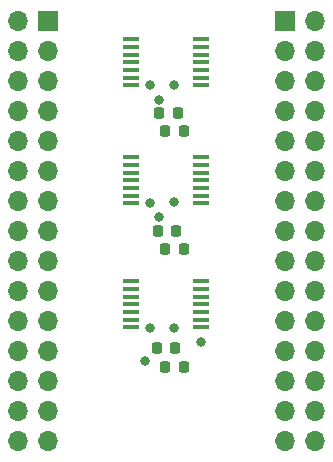
<source format=gbr>
%TF.GenerationSoftware,KiCad,Pcbnew,(6.0.1)*%
%TF.CreationDate,2022-07-20T18:19:18-07:00*%
%TF.ProjectId,LevelShifter,4c657665-6c53-4686-9966-7465722e6b69,rev?*%
%TF.SameCoordinates,Original*%
%TF.FileFunction,Soldermask,Bot*%
%TF.FilePolarity,Negative*%
%FSLAX46Y46*%
G04 Gerber Fmt 4.6, Leading zero omitted, Abs format (unit mm)*
G04 Created by KiCad (PCBNEW (6.0.1)) date 2022-07-20 18:19:18*
%MOMM*%
%LPD*%
G01*
G04 APERTURE LIST*
G04 Aperture macros list*
%AMRoundRect*
0 Rectangle with rounded corners*
0 $1 Rounding radius*
0 $2 $3 $4 $5 $6 $7 $8 $9 X,Y pos of 4 corners*
0 Add a 4 corners polygon primitive as box body*
4,1,4,$2,$3,$4,$5,$6,$7,$8,$9,$2,$3,0*
0 Add four circle primitives for the rounded corners*
1,1,$1+$1,$2,$3*
1,1,$1+$1,$4,$5*
1,1,$1+$1,$6,$7*
1,1,$1+$1,$8,$9*
0 Add four rect primitives between the rounded corners*
20,1,$1+$1,$2,$3,$4,$5,0*
20,1,$1+$1,$4,$5,$6,$7,0*
20,1,$1+$1,$6,$7,$8,$9,0*
20,1,$1+$1,$8,$9,$2,$3,0*%
G04 Aperture macros list end*
%ADD10R,1.700000X1.700000*%
%ADD11O,1.700000X1.700000*%
%ADD12RoundRect,0.225000X-0.225000X-0.250000X0.225000X-0.250000X0.225000X0.250000X-0.225000X0.250000X0*%
%ADD13R,1.404099X0.354800*%
%ADD14RoundRect,0.225000X0.225000X0.250000X-0.225000X0.250000X-0.225000X-0.250000X0.225000X-0.250000X0*%
%ADD15C,0.800000*%
G04 APERTURE END LIST*
D10*
%TO.C,J1*%
X149895000Y-80000000D03*
D11*
X147355000Y-80000000D03*
X149895000Y-82540000D03*
X147355000Y-82540000D03*
X149895000Y-85080000D03*
X147355000Y-85080000D03*
X149895000Y-87620000D03*
X147355000Y-87620000D03*
X149895000Y-90160000D03*
X147355000Y-90160000D03*
X149895000Y-92700000D03*
X147355000Y-92700000D03*
X149895000Y-95240000D03*
X147355000Y-95240000D03*
X149895000Y-97780000D03*
X147355000Y-97780000D03*
X149895000Y-100320000D03*
X147355000Y-100320000D03*
X149895000Y-102860000D03*
X147355000Y-102860000D03*
X149895000Y-105400000D03*
X147355000Y-105400000D03*
X149895000Y-107940000D03*
X147355000Y-107940000D03*
X149895000Y-110480000D03*
X147355000Y-110480000D03*
X149895000Y-113020000D03*
X147355000Y-113020000D03*
X149895000Y-115560000D03*
X147355000Y-115560000D03*
%TD*%
D10*
%TO.C,J2*%
X169995000Y-80000000D03*
D11*
X172535000Y-80000000D03*
X169995000Y-82540000D03*
X172535000Y-82540000D03*
X169995000Y-85080000D03*
X172535000Y-85080000D03*
X169995000Y-87620000D03*
X172535000Y-87620000D03*
X169995000Y-90160000D03*
X172535000Y-90160000D03*
X169995000Y-92700000D03*
X172535000Y-92700000D03*
X169995000Y-95240000D03*
X172535000Y-95240000D03*
X169995000Y-97780000D03*
X172535000Y-97780000D03*
X169995000Y-100320000D03*
X172535000Y-100320000D03*
X169995000Y-102860000D03*
X172535000Y-102860000D03*
X169995000Y-105400000D03*
X172535000Y-105400000D03*
X169995000Y-107940000D03*
X172535000Y-107940000D03*
X169995000Y-110480000D03*
X172535000Y-110480000D03*
X169995000Y-113020000D03*
X172535000Y-113020000D03*
X169995000Y-115560000D03*
X172535000Y-115560000D03*
%TD*%
D12*
%TO.C,C6*%
X159320000Y-87800000D03*
X160870000Y-87800000D03*
%TD*%
D13*
%TO.C,U2*%
X156945052Y-85449958D03*
X156945052Y-84799972D03*
X156945052Y-84149986D03*
X156945052Y-83500000D03*
X156945052Y-82850014D03*
X156945052Y-82200028D03*
X156945052Y-81550042D03*
X162844948Y-81550042D03*
X162844948Y-82200028D03*
X162844948Y-82850014D03*
X162844948Y-83500000D03*
X162844948Y-84149986D03*
X162844948Y-84799972D03*
X162844948Y-85449958D03*
%TD*%
D12*
%TO.C,C2*%
X159120000Y-107700000D03*
X160670000Y-107700000D03*
%TD*%
%TO.C,C4*%
X159220000Y-97800000D03*
X160770000Y-97800000D03*
%TD*%
D13*
%TO.C,U1*%
X156945052Y-105949958D03*
X156945052Y-105299972D03*
X156945052Y-104649986D03*
X156945052Y-104000000D03*
X156945052Y-103350014D03*
X156945052Y-102700028D03*
X156945052Y-102050042D03*
X162844948Y-102050042D03*
X162844948Y-102700028D03*
X162844948Y-103350014D03*
X162844948Y-104000000D03*
X162844948Y-104649986D03*
X162844948Y-105299972D03*
X162844948Y-105949958D03*
%TD*%
D14*
%TO.C,C5*%
X161370000Y-89300000D03*
X159820000Y-89300000D03*
%TD*%
%TO.C,C3*%
X161370000Y-99300000D03*
X159820000Y-99300000D03*
%TD*%
%TO.C,C1*%
X161370000Y-109300000D03*
X159820000Y-109300000D03*
%TD*%
D13*
%TO.C,U3*%
X156945052Y-95449958D03*
X156945052Y-94799972D03*
X156945052Y-94149986D03*
X156945052Y-93500000D03*
X156945052Y-92850014D03*
X156945052Y-92200028D03*
X156945052Y-91550042D03*
X162844948Y-91550042D03*
X162844948Y-92200028D03*
X162844948Y-92850014D03*
X162844948Y-93500000D03*
X162844948Y-94149986D03*
X162844948Y-94799972D03*
X162844948Y-95449958D03*
%TD*%
D15*
X159295000Y-96600000D03*
X159295000Y-86700000D03*
X158095000Y-108800000D03*
X162844948Y-107149948D03*
X158495000Y-106000000D03*
X160595000Y-85400000D03*
X160595000Y-95300000D03*
X160595000Y-106000000D03*
X158495000Y-85400000D03*
X158495000Y-95400000D03*
M02*

</source>
